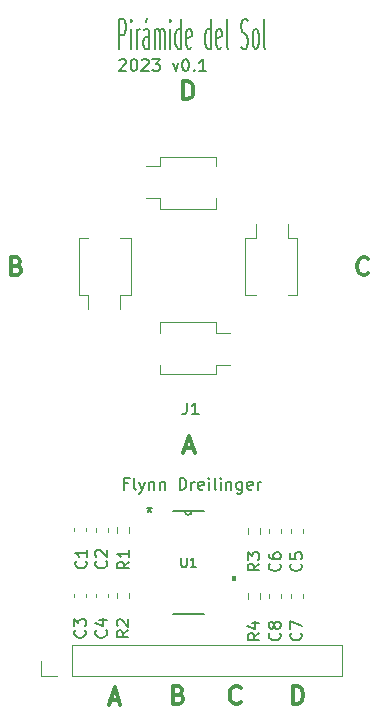
<source format=gbr>
%TF.GenerationSoftware,KiCad,Pcbnew,7.0.7*%
%TF.CreationDate,2023-10-25T15:55:26-07:00*%
%TF.ProjectId,sfh2430_breakout,73666832-3433-4305-9f62-7265616b6f75,rev?*%
%TF.SameCoordinates,Original*%
%TF.FileFunction,Legend,Top*%
%TF.FilePolarity,Positive*%
%FSLAX46Y46*%
G04 Gerber Fmt 4.6, Leading zero omitted, Abs format (unit mm)*
G04 Created by KiCad (PCBNEW 7.0.7) date 2023-10-25 15:55:26*
%MOMM*%
%LPD*%
G01*
G04 APERTURE LIST*
%ADD10C,0.150000*%
%ADD11C,0.300000*%
%ADD12C,0.120000*%
%ADD13C,0.152400*%
%ADD14C,0.025400*%
G04 APERTURE END LIST*
D10*
X66986779Y-50286247D02*
X66986779Y-47786247D01*
X66986779Y-47786247D02*
X67367731Y-47786247D01*
X67367731Y-47786247D02*
X67462969Y-47905295D01*
X67462969Y-47905295D02*
X67510588Y-48024342D01*
X67510588Y-48024342D02*
X67558207Y-48262438D01*
X67558207Y-48262438D02*
X67558207Y-48619580D01*
X67558207Y-48619580D02*
X67510588Y-48857676D01*
X67510588Y-48857676D02*
X67462969Y-48976723D01*
X67462969Y-48976723D02*
X67367731Y-49095771D01*
X67367731Y-49095771D02*
X66986779Y-49095771D01*
X67986779Y-50286247D02*
X67986779Y-48619580D01*
X67986779Y-47786247D02*
X67939160Y-47905295D01*
X67939160Y-47905295D02*
X67986779Y-48024342D01*
X67986779Y-48024342D02*
X68034398Y-47905295D01*
X68034398Y-47905295D02*
X67986779Y-47786247D01*
X67986779Y-47786247D02*
X67986779Y-48024342D01*
X68462969Y-50286247D02*
X68462969Y-48619580D01*
X68462969Y-49095771D02*
X68510588Y-48857676D01*
X68510588Y-48857676D02*
X68558207Y-48738628D01*
X68558207Y-48738628D02*
X68653445Y-48619580D01*
X68653445Y-48619580D02*
X68748683Y-48619580D01*
X69510588Y-50286247D02*
X69510588Y-48976723D01*
X69510588Y-48976723D02*
X69462969Y-48738628D01*
X69462969Y-48738628D02*
X69367731Y-48619580D01*
X69367731Y-48619580D02*
X69177255Y-48619580D01*
X69177255Y-48619580D02*
X69082017Y-48738628D01*
X69510588Y-50167200D02*
X69415350Y-50286247D01*
X69415350Y-50286247D02*
X69177255Y-50286247D01*
X69177255Y-50286247D02*
X69082017Y-50167200D01*
X69082017Y-50167200D02*
X69034398Y-49929104D01*
X69034398Y-49929104D02*
X69034398Y-49691009D01*
X69034398Y-49691009D02*
X69082017Y-49452914D01*
X69082017Y-49452914D02*
X69177255Y-49333866D01*
X69177255Y-49333866D02*
X69415350Y-49333866D01*
X69415350Y-49333866D02*
X69510588Y-49214819D01*
X69367731Y-47667200D02*
X69224874Y-48024342D01*
X69986779Y-50286247D02*
X69986779Y-48619580D01*
X69986779Y-48857676D02*
X70034398Y-48738628D01*
X70034398Y-48738628D02*
X70129636Y-48619580D01*
X70129636Y-48619580D02*
X70272493Y-48619580D01*
X70272493Y-48619580D02*
X70367731Y-48738628D01*
X70367731Y-48738628D02*
X70415350Y-48976723D01*
X70415350Y-48976723D02*
X70415350Y-50286247D01*
X70415350Y-48976723D02*
X70462969Y-48738628D01*
X70462969Y-48738628D02*
X70558207Y-48619580D01*
X70558207Y-48619580D02*
X70701064Y-48619580D01*
X70701064Y-48619580D02*
X70796303Y-48738628D01*
X70796303Y-48738628D02*
X70843922Y-48976723D01*
X70843922Y-48976723D02*
X70843922Y-50286247D01*
X71320112Y-50286247D02*
X71320112Y-48619580D01*
X71320112Y-47786247D02*
X71272493Y-47905295D01*
X71272493Y-47905295D02*
X71320112Y-48024342D01*
X71320112Y-48024342D02*
X71367731Y-47905295D01*
X71367731Y-47905295D02*
X71320112Y-47786247D01*
X71320112Y-47786247D02*
X71320112Y-48024342D01*
X72224873Y-50286247D02*
X72224873Y-47786247D01*
X72224873Y-50167200D02*
X72129635Y-50286247D01*
X72129635Y-50286247D02*
X71939159Y-50286247D01*
X71939159Y-50286247D02*
X71843921Y-50167200D01*
X71843921Y-50167200D02*
X71796302Y-50048152D01*
X71796302Y-50048152D02*
X71748683Y-49810057D01*
X71748683Y-49810057D02*
X71748683Y-49095771D01*
X71748683Y-49095771D02*
X71796302Y-48857676D01*
X71796302Y-48857676D02*
X71843921Y-48738628D01*
X71843921Y-48738628D02*
X71939159Y-48619580D01*
X71939159Y-48619580D02*
X72129635Y-48619580D01*
X72129635Y-48619580D02*
X72224873Y-48738628D01*
X73082016Y-50167200D02*
X72986778Y-50286247D01*
X72986778Y-50286247D02*
X72796302Y-50286247D01*
X72796302Y-50286247D02*
X72701064Y-50167200D01*
X72701064Y-50167200D02*
X72653445Y-49929104D01*
X72653445Y-49929104D02*
X72653445Y-48976723D01*
X72653445Y-48976723D02*
X72701064Y-48738628D01*
X72701064Y-48738628D02*
X72796302Y-48619580D01*
X72796302Y-48619580D02*
X72986778Y-48619580D01*
X72986778Y-48619580D02*
X73082016Y-48738628D01*
X73082016Y-48738628D02*
X73129635Y-48976723D01*
X73129635Y-48976723D02*
X73129635Y-49214819D01*
X73129635Y-49214819D02*
X72653445Y-49452914D01*
X74748683Y-50286247D02*
X74748683Y-47786247D01*
X74748683Y-50167200D02*
X74653445Y-50286247D01*
X74653445Y-50286247D02*
X74462969Y-50286247D01*
X74462969Y-50286247D02*
X74367731Y-50167200D01*
X74367731Y-50167200D02*
X74320112Y-50048152D01*
X74320112Y-50048152D02*
X74272493Y-49810057D01*
X74272493Y-49810057D02*
X74272493Y-49095771D01*
X74272493Y-49095771D02*
X74320112Y-48857676D01*
X74320112Y-48857676D02*
X74367731Y-48738628D01*
X74367731Y-48738628D02*
X74462969Y-48619580D01*
X74462969Y-48619580D02*
X74653445Y-48619580D01*
X74653445Y-48619580D02*
X74748683Y-48738628D01*
X75605826Y-50167200D02*
X75510588Y-50286247D01*
X75510588Y-50286247D02*
X75320112Y-50286247D01*
X75320112Y-50286247D02*
X75224874Y-50167200D01*
X75224874Y-50167200D02*
X75177255Y-49929104D01*
X75177255Y-49929104D02*
X75177255Y-48976723D01*
X75177255Y-48976723D02*
X75224874Y-48738628D01*
X75224874Y-48738628D02*
X75320112Y-48619580D01*
X75320112Y-48619580D02*
X75510588Y-48619580D01*
X75510588Y-48619580D02*
X75605826Y-48738628D01*
X75605826Y-48738628D02*
X75653445Y-48976723D01*
X75653445Y-48976723D02*
X75653445Y-49214819D01*
X75653445Y-49214819D02*
X75177255Y-49452914D01*
X76224874Y-50286247D02*
X76129636Y-50167200D01*
X76129636Y-50167200D02*
X76082017Y-49929104D01*
X76082017Y-49929104D02*
X76082017Y-47786247D01*
X77320113Y-50167200D02*
X77462970Y-50286247D01*
X77462970Y-50286247D02*
X77701065Y-50286247D01*
X77701065Y-50286247D02*
X77796303Y-50167200D01*
X77796303Y-50167200D02*
X77843922Y-50048152D01*
X77843922Y-50048152D02*
X77891541Y-49810057D01*
X77891541Y-49810057D02*
X77891541Y-49571961D01*
X77891541Y-49571961D02*
X77843922Y-49333866D01*
X77843922Y-49333866D02*
X77796303Y-49214819D01*
X77796303Y-49214819D02*
X77701065Y-49095771D01*
X77701065Y-49095771D02*
X77510589Y-48976723D01*
X77510589Y-48976723D02*
X77415351Y-48857676D01*
X77415351Y-48857676D02*
X77367732Y-48738628D01*
X77367732Y-48738628D02*
X77320113Y-48500533D01*
X77320113Y-48500533D02*
X77320113Y-48262438D01*
X77320113Y-48262438D02*
X77367732Y-48024342D01*
X77367732Y-48024342D02*
X77415351Y-47905295D01*
X77415351Y-47905295D02*
X77510589Y-47786247D01*
X77510589Y-47786247D02*
X77748684Y-47786247D01*
X77748684Y-47786247D02*
X77891541Y-47905295D01*
X78462970Y-50286247D02*
X78367732Y-50167200D01*
X78367732Y-50167200D02*
X78320113Y-50048152D01*
X78320113Y-50048152D02*
X78272494Y-49810057D01*
X78272494Y-49810057D02*
X78272494Y-49095771D01*
X78272494Y-49095771D02*
X78320113Y-48857676D01*
X78320113Y-48857676D02*
X78367732Y-48738628D01*
X78367732Y-48738628D02*
X78462970Y-48619580D01*
X78462970Y-48619580D02*
X78605827Y-48619580D01*
X78605827Y-48619580D02*
X78701065Y-48738628D01*
X78701065Y-48738628D02*
X78748684Y-48857676D01*
X78748684Y-48857676D02*
X78796303Y-49095771D01*
X78796303Y-49095771D02*
X78796303Y-49810057D01*
X78796303Y-49810057D02*
X78748684Y-50048152D01*
X78748684Y-50048152D02*
X78701065Y-50167200D01*
X78701065Y-50167200D02*
X78605827Y-50286247D01*
X78605827Y-50286247D02*
X78462970Y-50286247D01*
X79367732Y-50286247D02*
X79272494Y-50167200D01*
X79272494Y-50167200D02*
X79224875Y-49929104D01*
X79224875Y-49929104D02*
X79224875Y-47786247D01*
D11*
X72004510Y-104965114D02*
X72218796Y-105036542D01*
X72218796Y-105036542D02*
X72290225Y-105107971D01*
X72290225Y-105107971D02*
X72361653Y-105250828D01*
X72361653Y-105250828D02*
X72361653Y-105465114D01*
X72361653Y-105465114D02*
X72290225Y-105607971D01*
X72290225Y-105607971D02*
X72218796Y-105679400D01*
X72218796Y-105679400D02*
X72075939Y-105750828D01*
X72075939Y-105750828D02*
X71504510Y-105750828D01*
X71504510Y-105750828D02*
X71504510Y-104250828D01*
X71504510Y-104250828D02*
X72004510Y-104250828D01*
X72004510Y-104250828D02*
X72147368Y-104322257D01*
X72147368Y-104322257D02*
X72218796Y-104393685D01*
X72218796Y-104393685D02*
X72290225Y-104536542D01*
X72290225Y-104536542D02*
X72290225Y-104679400D01*
X72290225Y-104679400D02*
X72218796Y-104822257D01*
X72218796Y-104822257D02*
X72147368Y-104893685D01*
X72147368Y-104893685D02*
X72004510Y-104965114D01*
X72004510Y-104965114D02*
X71504510Y-104965114D01*
X58304510Y-68665114D02*
X58518796Y-68736542D01*
X58518796Y-68736542D02*
X58590225Y-68807971D01*
X58590225Y-68807971D02*
X58661653Y-68950828D01*
X58661653Y-68950828D02*
X58661653Y-69165114D01*
X58661653Y-69165114D02*
X58590225Y-69307971D01*
X58590225Y-69307971D02*
X58518796Y-69379400D01*
X58518796Y-69379400D02*
X58375939Y-69450828D01*
X58375939Y-69450828D02*
X57804510Y-69450828D01*
X57804510Y-69450828D02*
X57804510Y-67950828D01*
X57804510Y-67950828D02*
X58304510Y-67950828D01*
X58304510Y-67950828D02*
X58447368Y-68022257D01*
X58447368Y-68022257D02*
X58518796Y-68093685D01*
X58518796Y-68093685D02*
X58590225Y-68236542D01*
X58590225Y-68236542D02*
X58590225Y-68379400D01*
X58590225Y-68379400D02*
X58518796Y-68522257D01*
X58518796Y-68522257D02*
X58447368Y-68593685D01*
X58447368Y-68593685D02*
X58304510Y-68665114D01*
X58304510Y-68665114D02*
X57804510Y-68665114D01*
X72533082Y-84122257D02*
X73247368Y-84122257D01*
X72390225Y-84550828D02*
X72890225Y-83050828D01*
X72890225Y-83050828D02*
X73390225Y-84550828D01*
D10*
X67720112Y-87096009D02*
X67386779Y-87096009D01*
X67386779Y-87619819D02*
X67386779Y-86619819D01*
X67386779Y-86619819D02*
X67862969Y-86619819D01*
X68386779Y-87619819D02*
X68291541Y-87572200D01*
X68291541Y-87572200D02*
X68243922Y-87476961D01*
X68243922Y-87476961D02*
X68243922Y-86619819D01*
X68672494Y-86953152D02*
X68910589Y-87619819D01*
X69148684Y-86953152D02*
X68910589Y-87619819D01*
X68910589Y-87619819D02*
X68815351Y-87857914D01*
X68815351Y-87857914D02*
X68767732Y-87905533D01*
X68767732Y-87905533D02*
X68672494Y-87953152D01*
X69529637Y-86953152D02*
X69529637Y-87619819D01*
X69529637Y-87048390D02*
X69577256Y-87000771D01*
X69577256Y-87000771D02*
X69672494Y-86953152D01*
X69672494Y-86953152D02*
X69815351Y-86953152D01*
X69815351Y-86953152D02*
X69910589Y-87000771D01*
X69910589Y-87000771D02*
X69958208Y-87096009D01*
X69958208Y-87096009D02*
X69958208Y-87619819D01*
X70434399Y-86953152D02*
X70434399Y-87619819D01*
X70434399Y-87048390D02*
X70482018Y-87000771D01*
X70482018Y-87000771D02*
X70577256Y-86953152D01*
X70577256Y-86953152D02*
X70720113Y-86953152D01*
X70720113Y-86953152D02*
X70815351Y-87000771D01*
X70815351Y-87000771D02*
X70862970Y-87096009D01*
X70862970Y-87096009D02*
X70862970Y-87619819D01*
X72101066Y-87619819D02*
X72101066Y-86619819D01*
X72101066Y-86619819D02*
X72339161Y-86619819D01*
X72339161Y-86619819D02*
X72482018Y-86667438D01*
X72482018Y-86667438D02*
X72577256Y-86762676D01*
X72577256Y-86762676D02*
X72624875Y-86857914D01*
X72624875Y-86857914D02*
X72672494Y-87048390D01*
X72672494Y-87048390D02*
X72672494Y-87191247D01*
X72672494Y-87191247D02*
X72624875Y-87381723D01*
X72624875Y-87381723D02*
X72577256Y-87476961D01*
X72577256Y-87476961D02*
X72482018Y-87572200D01*
X72482018Y-87572200D02*
X72339161Y-87619819D01*
X72339161Y-87619819D02*
X72101066Y-87619819D01*
X73101066Y-87619819D02*
X73101066Y-86953152D01*
X73101066Y-87143628D02*
X73148685Y-87048390D01*
X73148685Y-87048390D02*
X73196304Y-87000771D01*
X73196304Y-87000771D02*
X73291542Y-86953152D01*
X73291542Y-86953152D02*
X73386780Y-86953152D01*
X74101066Y-87572200D02*
X74005828Y-87619819D01*
X74005828Y-87619819D02*
X73815352Y-87619819D01*
X73815352Y-87619819D02*
X73720114Y-87572200D01*
X73720114Y-87572200D02*
X73672495Y-87476961D01*
X73672495Y-87476961D02*
X73672495Y-87096009D01*
X73672495Y-87096009D02*
X73720114Y-87000771D01*
X73720114Y-87000771D02*
X73815352Y-86953152D01*
X73815352Y-86953152D02*
X74005828Y-86953152D01*
X74005828Y-86953152D02*
X74101066Y-87000771D01*
X74101066Y-87000771D02*
X74148685Y-87096009D01*
X74148685Y-87096009D02*
X74148685Y-87191247D01*
X74148685Y-87191247D02*
X73672495Y-87286485D01*
X74577257Y-87619819D02*
X74577257Y-86953152D01*
X74577257Y-86619819D02*
X74529638Y-86667438D01*
X74529638Y-86667438D02*
X74577257Y-86715057D01*
X74577257Y-86715057D02*
X74624876Y-86667438D01*
X74624876Y-86667438D02*
X74577257Y-86619819D01*
X74577257Y-86619819D02*
X74577257Y-86715057D01*
X75196304Y-87619819D02*
X75101066Y-87572200D01*
X75101066Y-87572200D02*
X75053447Y-87476961D01*
X75053447Y-87476961D02*
X75053447Y-86619819D01*
X75577257Y-87619819D02*
X75577257Y-86953152D01*
X75577257Y-86619819D02*
X75529638Y-86667438D01*
X75529638Y-86667438D02*
X75577257Y-86715057D01*
X75577257Y-86715057D02*
X75624876Y-86667438D01*
X75624876Y-86667438D02*
X75577257Y-86619819D01*
X75577257Y-86619819D02*
X75577257Y-86715057D01*
X76053447Y-86953152D02*
X76053447Y-87619819D01*
X76053447Y-87048390D02*
X76101066Y-87000771D01*
X76101066Y-87000771D02*
X76196304Y-86953152D01*
X76196304Y-86953152D02*
X76339161Y-86953152D01*
X76339161Y-86953152D02*
X76434399Y-87000771D01*
X76434399Y-87000771D02*
X76482018Y-87096009D01*
X76482018Y-87096009D02*
X76482018Y-87619819D01*
X77386780Y-86953152D02*
X77386780Y-87762676D01*
X77386780Y-87762676D02*
X77339161Y-87857914D01*
X77339161Y-87857914D02*
X77291542Y-87905533D01*
X77291542Y-87905533D02*
X77196304Y-87953152D01*
X77196304Y-87953152D02*
X77053447Y-87953152D01*
X77053447Y-87953152D02*
X76958209Y-87905533D01*
X77386780Y-87572200D02*
X77291542Y-87619819D01*
X77291542Y-87619819D02*
X77101066Y-87619819D01*
X77101066Y-87619819D02*
X77005828Y-87572200D01*
X77005828Y-87572200D02*
X76958209Y-87524580D01*
X76958209Y-87524580D02*
X76910590Y-87429342D01*
X76910590Y-87429342D02*
X76910590Y-87143628D01*
X76910590Y-87143628D02*
X76958209Y-87048390D01*
X76958209Y-87048390D02*
X77005828Y-87000771D01*
X77005828Y-87000771D02*
X77101066Y-86953152D01*
X77101066Y-86953152D02*
X77291542Y-86953152D01*
X77291542Y-86953152D02*
X77386780Y-87000771D01*
X78243923Y-87572200D02*
X78148685Y-87619819D01*
X78148685Y-87619819D02*
X77958209Y-87619819D01*
X77958209Y-87619819D02*
X77862971Y-87572200D01*
X77862971Y-87572200D02*
X77815352Y-87476961D01*
X77815352Y-87476961D02*
X77815352Y-87096009D01*
X77815352Y-87096009D02*
X77862971Y-87000771D01*
X77862971Y-87000771D02*
X77958209Y-86953152D01*
X77958209Y-86953152D02*
X78148685Y-86953152D01*
X78148685Y-86953152D02*
X78243923Y-87000771D01*
X78243923Y-87000771D02*
X78291542Y-87096009D01*
X78291542Y-87096009D02*
X78291542Y-87191247D01*
X78291542Y-87191247D02*
X77815352Y-87286485D01*
X78720114Y-87619819D02*
X78720114Y-86953152D01*
X78720114Y-87143628D02*
X78767733Y-87048390D01*
X78767733Y-87048390D02*
X78815352Y-87000771D01*
X78815352Y-87000771D02*
X78910590Y-86953152D01*
X78910590Y-86953152D02*
X79005828Y-86953152D01*
D11*
X81704510Y-105750828D02*
X81704510Y-104250828D01*
X81704510Y-104250828D02*
X82061653Y-104250828D01*
X82061653Y-104250828D02*
X82275939Y-104322257D01*
X82275939Y-104322257D02*
X82418796Y-104465114D01*
X82418796Y-104465114D02*
X82490225Y-104607971D01*
X82490225Y-104607971D02*
X82561653Y-104893685D01*
X82561653Y-104893685D02*
X82561653Y-105107971D01*
X82561653Y-105107971D02*
X82490225Y-105393685D01*
X82490225Y-105393685D02*
X82418796Y-105536542D01*
X82418796Y-105536542D02*
X82275939Y-105679400D01*
X82275939Y-105679400D02*
X82061653Y-105750828D01*
X82061653Y-105750828D02*
X81704510Y-105750828D01*
X77261653Y-105607971D02*
X77190225Y-105679400D01*
X77190225Y-105679400D02*
X76975939Y-105750828D01*
X76975939Y-105750828D02*
X76833082Y-105750828D01*
X76833082Y-105750828D02*
X76618796Y-105679400D01*
X76618796Y-105679400D02*
X76475939Y-105536542D01*
X76475939Y-105536542D02*
X76404510Y-105393685D01*
X76404510Y-105393685D02*
X76333082Y-105107971D01*
X76333082Y-105107971D02*
X76333082Y-104893685D01*
X76333082Y-104893685D02*
X76404510Y-104607971D01*
X76404510Y-104607971D02*
X76475939Y-104465114D01*
X76475939Y-104465114D02*
X76618796Y-104322257D01*
X76618796Y-104322257D02*
X76833082Y-104250828D01*
X76833082Y-104250828D02*
X76975939Y-104250828D01*
X76975939Y-104250828D02*
X77190225Y-104322257D01*
X77190225Y-104322257D02*
X77261653Y-104393685D01*
X66233082Y-105422257D02*
X66947368Y-105422257D01*
X66090225Y-105850828D02*
X66590225Y-104350828D01*
X66590225Y-104350828D02*
X67090225Y-105850828D01*
X88061653Y-69307971D02*
X87990225Y-69379400D01*
X87990225Y-69379400D02*
X87775939Y-69450828D01*
X87775939Y-69450828D02*
X87633082Y-69450828D01*
X87633082Y-69450828D02*
X87418796Y-69379400D01*
X87418796Y-69379400D02*
X87275939Y-69236542D01*
X87275939Y-69236542D02*
X87204510Y-69093685D01*
X87204510Y-69093685D02*
X87133082Y-68807971D01*
X87133082Y-68807971D02*
X87133082Y-68593685D01*
X87133082Y-68593685D02*
X87204510Y-68307971D01*
X87204510Y-68307971D02*
X87275939Y-68165114D01*
X87275939Y-68165114D02*
X87418796Y-68022257D01*
X87418796Y-68022257D02*
X87633082Y-67950828D01*
X87633082Y-67950828D02*
X87775939Y-67950828D01*
X87775939Y-67950828D02*
X87990225Y-68022257D01*
X87990225Y-68022257D02*
X88061653Y-68093685D01*
D10*
X66989160Y-51265057D02*
X67036779Y-51217438D01*
X67036779Y-51217438D02*
X67132017Y-51169819D01*
X67132017Y-51169819D02*
X67370112Y-51169819D01*
X67370112Y-51169819D02*
X67465350Y-51217438D01*
X67465350Y-51217438D02*
X67512969Y-51265057D01*
X67512969Y-51265057D02*
X67560588Y-51360295D01*
X67560588Y-51360295D02*
X67560588Y-51455533D01*
X67560588Y-51455533D02*
X67512969Y-51598390D01*
X67512969Y-51598390D02*
X66941541Y-52169819D01*
X66941541Y-52169819D02*
X67560588Y-52169819D01*
X68179636Y-51169819D02*
X68274874Y-51169819D01*
X68274874Y-51169819D02*
X68370112Y-51217438D01*
X68370112Y-51217438D02*
X68417731Y-51265057D01*
X68417731Y-51265057D02*
X68465350Y-51360295D01*
X68465350Y-51360295D02*
X68512969Y-51550771D01*
X68512969Y-51550771D02*
X68512969Y-51788866D01*
X68512969Y-51788866D02*
X68465350Y-51979342D01*
X68465350Y-51979342D02*
X68417731Y-52074580D01*
X68417731Y-52074580D02*
X68370112Y-52122200D01*
X68370112Y-52122200D02*
X68274874Y-52169819D01*
X68274874Y-52169819D02*
X68179636Y-52169819D01*
X68179636Y-52169819D02*
X68084398Y-52122200D01*
X68084398Y-52122200D02*
X68036779Y-52074580D01*
X68036779Y-52074580D02*
X67989160Y-51979342D01*
X67989160Y-51979342D02*
X67941541Y-51788866D01*
X67941541Y-51788866D02*
X67941541Y-51550771D01*
X67941541Y-51550771D02*
X67989160Y-51360295D01*
X67989160Y-51360295D02*
X68036779Y-51265057D01*
X68036779Y-51265057D02*
X68084398Y-51217438D01*
X68084398Y-51217438D02*
X68179636Y-51169819D01*
X68893922Y-51265057D02*
X68941541Y-51217438D01*
X68941541Y-51217438D02*
X69036779Y-51169819D01*
X69036779Y-51169819D02*
X69274874Y-51169819D01*
X69274874Y-51169819D02*
X69370112Y-51217438D01*
X69370112Y-51217438D02*
X69417731Y-51265057D01*
X69417731Y-51265057D02*
X69465350Y-51360295D01*
X69465350Y-51360295D02*
X69465350Y-51455533D01*
X69465350Y-51455533D02*
X69417731Y-51598390D01*
X69417731Y-51598390D02*
X68846303Y-52169819D01*
X68846303Y-52169819D02*
X69465350Y-52169819D01*
X69798684Y-51169819D02*
X70417731Y-51169819D01*
X70417731Y-51169819D02*
X70084398Y-51550771D01*
X70084398Y-51550771D02*
X70227255Y-51550771D01*
X70227255Y-51550771D02*
X70322493Y-51598390D01*
X70322493Y-51598390D02*
X70370112Y-51646009D01*
X70370112Y-51646009D02*
X70417731Y-51741247D01*
X70417731Y-51741247D02*
X70417731Y-51979342D01*
X70417731Y-51979342D02*
X70370112Y-52074580D01*
X70370112Y-52074580D02*
X70322493Y-52122200D01*
X70322493Y-52122200D02*
X70227255Y-52169819D01*
X70227255Y-52169819D02*
X69941541Y-52169819D01*
X69941541Y-52169819D02*
X69846303Y-52122200D01*
X69846303Y-52122200D02*
X69798684Y-52074580D01*
X71512970Y-51503152D02*
X71751065Y-52169819D01*
X71751065Y-52169819D02*
X71989160Y-51503152D01*
X72560589Y-51169819D02*
X72655827Y-51169819D01*
X72655827Y-51169819D02*
X72751065Y-51217438D01*
X72751065Y-51217438D02*
X72798684Y-51265057D01*
X72798684Y-51265057D02*
X72846303Y-51360295D01*
X72846303Y-51360295D02*
X72893922Y-51550771D01*
X72893922Y-51550771D02*
X72893922Y-51788866D01*
X72893922Y-51788866D02*
X72846303Y-51979342D01*
X72846303Y-51979342D02*
X72798684Y-52074580D01*
X72798684Y-52074580D02*
X72751065Y-52122200D01*
X72751065Y-52122200D02*
X72655827Y-52169819D01*
X72655827Y-52169819D02*
X72560589Y-52169819D01*
X72560589Y-52169819D02*
X72465351Y-52122200D01*
X72465351Y-52122200D02*
X72417732Y-52074580D01*
X72417732Y-52074580D02*
X72370113Y-51979342D01*
X72370113Y-51979342D02*
X72322494Y-51788866D01*
X72322494Y-51788866D02*
X72322494Y-51550771D01*
X72322494Y-51550771D02*
X72370113Y-51360295D01*
X72370113Y-51360295D02*
X72417732Y-51265057D01*
X72417732Y-51265057D02*
X72465351Y-51217438D01*
X72465351Y-51217438D02*
X72560589Y-51169819D01*
X73322494Y-52074580D02*
X73370113Y-52122200D01*
X73370113Y-52122200D02*
X73322494Y-52169819D01*
X73322494Y-52169819D02*
X73274875Y-52122200D01*
X73274875Y-52122200D02*
X73322494Y-52074580D01*
X73322494Y-52074580D02*
X73322494Y-52169819D01*
X74322493Y-52169819D02*
X73751065Y-52169819D01*
X74036779Y-52169819D02*
X74036779Y-51169819D01*
X74036779Y-51169819D02*
X73941541Y-51312676D01*
X73941541Y-51312676D02*
X73846303Y-51407914D01*
X73846303Y-51407914D02*
X73751065Y-51455533D01*
D11*
X72404510Y-54550828D02*
X72404510Y-53050828D01*
X72404510Y-53050828D02*
X72761653Y-53050828D01*
X72761653Y-53050828D02*
X72975939Y-53122257D01*
X72975939Y-53122257D02*
X73118796Y-53265114D01*
X73118796Y-53265114D02*
X73190225Y-53407971D01*
X73190225Y-53407971D02*
X73261653Y-53693685D01*
X73261653Y-53693685D02*
X73261653Y-53907971D01*
X73261653Y-53907971D02*
X73190225Y-54193685D01*
X73190225Y-54193685D02*
X73118796Y-54336542D01*
X73118796Y-54336542D02*
X72975939Y-54479400D01*
X72975939Y-54479400D02*
X72761653Y-54550828D01*
X72761653Y-54550828D02*
X72404510Y-54550828D01*
D10*
X64159580Y-93666666D02*
X64207200Y-93714285D01*
X64207200Y-93714285D02*
X64254819Y-93857142D01*
X64254819Y-93857142D02*
X64254819Y-93952380D01*
X64254819Y-93952380D02*
X64207200Y-94095237D01*
X64207200Y-94095237D02*
X64111961Y-94190475D01*
X64111961Y-94190475D02*
X64016723Y-94238094D01*
X64016723Y-94238094D02*
X63826247Y-94285713D01*
X63826247Y-94285713D02*
X63683390Y-94285713D01*
X63683390Y-94285713D02*
X63492914Y-94238094D01*
X63492914Y-94238094D02*
X63397676Y-94190475D01*
X63397676Y-94190475D02*
X63302438Y-94095237D01*
X63302438Y-94095237D02*
X63254819Y-93952380D01*
X63254819Y-93952380D02*
X63254819Y-93857142D01*
X63254819Y-93857142D02*
X63302438Y-93714285D01*
X63302438Y-93714285D02*
X63350057Y-93666666D01*
X64254819Y-92714285D02*
X64254819Y-93285713D01*
X64254819Y-92999999D02*
X63254819Y-92999999D01*
X63254819Y-92999999D02*
X63397676Y-93095237D01*
X63397676Y-93095237D02*
X63492914Y-93190475D01*
X63492914Y-93190475D02*
X63540533Y-93285713D01*
X78854819Y-93891666D02*
X78378628Y-94224999D01*
X78854819Y-94463094D02*
X77854819Y-94463094D01*
X77854819Y-94463094D02*
X77854819Y-94082142D01*
X77854819Y-94082142D02*
X77902438Y-93986904D01*
X77902438Y-93986904D02*
X77950057Y-93939285D01*
X77950057Y-93939285D02*
X78045295Y-93891666D01*
X78045295Y-93891666D02*
X78188152Y-93891666D01*
X78188152Y-93891666D02*
X78283390Y-93939285D01*
X78283390Y-93939285D02*
X78331009Y-93986904D01*
X78331009Y-93986904D02*
X78378628Y-94082142D01*
X78378628Y-94082142D02*
X78378628Y-94463094D01*
X77854819Y-93558332D02*
X77854819Y-92939285D01*
X77854819Y-92939285D02*
X78235771Y-93272618D01*
X78235771Y-93272618D02*
X78235771Y-93129761D01*
X78235771Y-93129761D02*
X78283390Y-93034523D01*
X78283390Y-93034523D02*
X78331009Y-92986904D01*
X78331009Y-92986904D02*
X78426247Y-92939285D01*
X78426247Y-92939285D02*
X78664342Y-92939285D01*
X78664342Y-92939285D02*
X78759580Y-92986904D01*
X78759580Y-92986904D02*
X78807200Y-93034523D01*
X78807200Y-93034523D02*
X78854819Y-93129761D01*
X78854819Y-93129761D02*
X78854819Y-93415475D01*
X78854819Y-93415475D02*
X78807200Y-93510713D01*
X78807200Y-93510713D02*
X78759580Y-93558332D01*
X65859580Y-93671666D02*
X65907200Y-93719285D01*
X65907200Y-93719285D02*
X65954819Y-93862142D01*
X65954819Y-93862142D02*
X65954819Y-93957380D01*
X65954819Y-93957380D02*
X65907200Y-94100237D01*
X65907200Y-94100237D02*
X65811961Y-94195475D01*
X65811961Y-94195475D02*
X65716723Y-94243094D01*
X65716723Y-94243094D02*
X65526247Y-94290713D01*
X65526247Y-94290713D02*
X65383390Y-94290713D01*
X65383390Y-94290713D02*
X65192914Y-94243094D01*
X65192914Y-94243094D02*
X65097676Y-94195475D01*
X65097676Y-94195475D02*
X65002438Y-94100237D01*
X65002438Y-94100237D02*
X64954819Y-93957380D01*
X64954819Y-93957380D02*
X64954819Y-93862142D01*
X64954819Y-93862142D02*
X65002438Y-93719285D01*
X65002438Y-93719285D02*
X65050057Y-93671666D01*
X65050057Y-93290713D02*
X65002438Y-93243094D01*
X65002438Y-93243094D02*
X64954819Y-93147856D01*
X64954819Y-93147856D02*
X64954819Y-92909761D01*
X64954819Y-92909761D02*
X65002438Y-92814523D01*
X65002438Y-92814523D02*
X65050057Y-92766904D01*
X65050057Y-92766904D02*
X65145295Y-92719285D01*
X65145295Y-92719285D02*
X65240533Y-92719285D01*
X65240533Y-92719285D02*
X65383390Y-92766904D01*
X65383390Y-92766904D02*
X65954819Y-93338332D01*
X65954819Y-93338332D02*
X65954819Y-92719285D01*
X82359580Y-99766666D02*
X82407200Y-99814285D01*
X82407200Y-99814285D02*
X82454819Y-99957142D01*
X82454819Y-99957142D02*
X82454819Y-100052380D01*
X82454819Y-100052380D02*
X82407200Y-100195237D01*
X82407200Y-100195237D02*
X82311961Y-100290475D01*
X82311961Y-100290475D02*
X82216723Y-100338094D01*
X82216723Y-100338094D02*
X82026247Y-100385713D01*
X82026247Y-100385713D02*
X81883390Y-100385713D01*
X81883390Y-100385713D02*
X81692914Y-100338094D01*
X81692914Y-100338094D02*
X81597676Y-100290475D01*
X81597676Y-100290475D02*
X81502438Y-100195237D01*
X81502438Y-100195237D02*
X81454819Y-100052380D01*
X81454819Y-100052380D02*
X81454819Y-99957142D01*
X81454819Y-99957142D02*
X81502438Y-99814285D01*
X81502438Y-99814285D02*
X81550057Y-99766666D01*
X81454819Y-99433332D02*
X81454819Y-98766666D01*
X81454819Y-98766666D02*
X82454819Y-99195237D01*
X65859580Y-99521666D02*
X65907200Y-99569285D01*
X65907200Y-99569285D02*
X65954819Y-99712142D01*
X65954819Y-99712142D02*
X65954819Y-99807380D01*
X65954819Y-99807380D02*
X65907200Y-99950237D01*
X65907200Y-99950237D02*
X65811961Y-100045475D01*
X65811961Y-100045475D02*
X65716723Y-100093094D01*
X65716723Y-100093094D02*
X65526247Y-100140713D01*
X65526247Y-100140713D02*
X65383390Y-100140713D01*
X65383390Y-100140713D02*
X65192914Y-100093094D01*
X65192914Y-100093094D02*
X65097676Y-100045475D01*
X65097676Y-100045475D02*
X65002438Y-99950237D01*
X65002438Y-99950237D02*
X64954819Y-99807380D01*
X64954819Y-99807380D02*
X64954819Y-99712142D01*
X64954819Y-99712142D02*
X65002438Y-99569285D01*
X65002438Y-99569285D02*
X65050057Y-99521666D01*
X65288152Y-98664523D02*
X65954819Y-98664523D01*
X64907200Y-98902618D02*
X65621485Y-99140713D01*
X65621485Y-99140713D02*
X65621485Y-98521666D01*
X67754819Y-99541666D02*
X67278628Y-99874999D01*
X67754819Y-100113094D02*
X66754819Y-100113094D01*
X66754819Y-100113094D02*
X66754819Y-99732142D01*
X66754819Y-99732142D02*
X66802438Y-99636904D01*
X66802438Y-99636904D02*
X66850057Y-99589285D01*
X66850057Y-99589285D02*
X66945295Y-99541666D01*
X66945295Y-99541666D02*
X67088152Y-99541666D01*
X67088152Y-99541666D02*
X67183390Y-99589285D01*
X67183390Y-99589285D02*
X67231009Y-99636904D01*
X67231009Y-99636904D02*
X67278628Y-99732142D01*
X67278628Y-99732142D02*
X67278628Y-100113094D01*
X66850057Y-99160713D02*
X66802438Y-99113094D01*
X66802438Y-99113094D02*
X66754819Y-99017856D01*
X66754819Y-99017856D02*
X66754819Y-98779761D01*
X66754819Y-98779761D02*
X66802438Y-98684523D01*
X66802438Y-98684523D02*
X66850057Y-98636904D01*
X66850057Y-98636904D02*
X66945295Y-98589285D01*
X66945295Y-98589285D02*
X67040533Y-98589285D01*
X67040533Y-98589285D02*
X67183390Y-98636904D01*
X67183390Y-98636904D02*
X67754819Y-99208332D01*
X67754819Y-99208332D02*
X67754819Y-98589285D01*
X72716666Y-80254819D02*
X72716666Y-80969104D01*
X72716666Y-80969104D02*
X72669047Y-81111961D01*
X72669047Y-81111961D02*
X72573809Y-81207200D01*
X72573809Y-81207200D02*
X72430952Y-81254819D01*
X72430952Y-81254819D02*
X72335714Y-81254819D01*
X73716666Y-81254819D02*
X73145238Y-81254819D01*
X73430952Y-81254819D02*
X73430952Y-80254819D01*
X73430952Y-80254819D02*
X73335714Y-80397676D01*
X73335714Y-80397676D02*
X73240476Y-80492914D01*
X73240476Y-80492914D02*
X73145238Y-80540533D01*
X67834819Y-93716666D02*
X67358628Y-94049999D01*
X67834819Y-94288094D02*
X66834819Y-94288094D01*
X66834819Y-94288094D02*
X66834819Y-93907142D01*
X66834819Y-93907142D02*
X66882438Y-93811904D01*
X66882438Y-93811904D02*
X66930057Y-93764285D01*
X66930057Y-93764285D02*
X67025295Y-93716666D01*
X67025295Y-93716666D02*
X67168152Y-93716666D01*
X67168152Y-93716666D02*
X67263390Y-93764285D01*
X67263390Y-93764285D02*
X67311009Y-93811904D01*
X67311009Y-93811904D02*
X67358628Y-93907142D01*
X67358628Y-93907142D02*
X67358628Y-94288094D01*
X67834819Y-92764285D02*
X67834819Y-93335713D01*
X67834819Y-93049999D02*
X66834819Y-93049999D01*
X66834819Y-93049999D02*
X66977676Y-93145237D01*
X66977676Y-93145237D02*
X67072914Y-93240475D01*
X67072914Y-93240475D02*
X67120533Y-93335713D01*
X72236274Y-93389065D02*
X72236274Y-94026486D01*
X72236274Y-94026486D02*
X72273770Y-94101476D01*
X72273770Y-94101476D02*
X72311265Y-94138972D01*
X72311265Y-94138972D02*
X72386256Y-94176467D01*
X72386256Y-94176467D02*
X72536237Y-94176467D01*
X72536237Y-94176467D02*
X72611228Y-94138972D01*
X72611228Y-94138972D02*
X72648723Y-94101476D01*
X72648723Y-94101476D02*
X72686218Y-94026486D01*
X72686218Y-94026486D02*
X72686218Y-93389065D01*
X73473620Y-94176467D02*
X73023676Y-94176467D01*
X73248648Y-94176467D02*
X73248648Y-93389065D01*
X73248648Y-93389065D02*
X73173657Y-93501551D01*
X73173657Y-93501551D02*
X73098667Y-93576542D01*
X73098667Y-93576542D02*
X73023676Y-93614037D01*
X69534200Y-89058419D02*
X69534200Y-89296514D01*
X69296105Y-89201276D02*
X69534200Y-89296514D01*
X69534200Y-89296514D02*
X69772295Y-89201276D01*
X69391343Y-89486990D02*
X69534200Y-89296514D01*
X69534200Y-89296514D02*
X69677057Y-89486990D01*
X64059580Y-99521666D02*
X64107200Y-99569285D01*
X64107200Y-99569285D02*
X64154819Y-99712142D01*
X64154819Y-99712142D02*
X64154819Y-99807380D01*
X64154819Y-99807380D02*
X64107200Y-99950237D01*
X64107200Y-99950237D02*
X64011961Y-100045475D01*
X64011961Y-100045475D02*
X63916723Y-100093094D01*
X63916723Y-100093094D02*
X63726247Y-100140713D01*
X63726247Y-100140713D02*
X63583390Y-100140713D01*
X63583390Y-100140713D02*
X63392914Y-100093094D01*
X63392914Y-100093094D02*
X63297676Y-100045475D01*
X63297676Y-100045475D02*
X63202438Y-99950237D01*
X63202438Y-99950237D02*
X63154819Y-99807380D01*
X63154819Y-99807380D02*
X63154819Y-99712142D01*
X63154819Y-99712142D02*
X63202438Y-99569285D01*
X63202438Y-99569285D02*
X63250057Y-99521666D01*
X63154819Y-99188332D02*
X63154819Y-98569285D01*
X63154819Y-98569285D02*
X63535771Y-98902618D01*
X63535771Y-98902618D02*
X63535771Y-98759761D01*
X63535771Y-98759761D02*
X63583390Y-98664523D01*
X63583390Y-98664523D02*
X63631009Y-98616904D01*
X63631009Y-98616904D02*
X63726247Y-98569285D01*
X63726247Y-98569285D02*
X63964342Y-98569285D01*
X63964342Y-98569285D02*
X64059580Y-98616904D01*
X64059580Y-98616904D02*
X64107200Y-98664523D01*
X64107200Y-98664523D02*
X64154819Y-98759761D01*
X64154819Y-98759761D02*
X64154819Y-99045475D01*
X64154819Y-99045475D02*
X64107200Y-99140713D01*
X64107200Y-99140713D02*
X64059580Y-99188332D01*
X78854819Y-99766666D02*
X78378628Y-100099999D01*
X78854819Y-100338094D02*
X77854819Y-100338094D01*
X77854819Y-100338094D02*
X77854819Y-99957142D01*
X77854819Y-99957142D02*
X77902438Y-99861904D01*
X77902438Y-99861904D02*
X77950057Y-99814285D01*
X77950057Y-99814285D02*
X78045295Y-99766666D01*
X78045295Y-99766666D02*
X78188152Y-99766666D01*
X78188152Y-99766666D02*
X78283390Y-99814285D01*
X78283390Y-99814285D02*
X78331009Y-99861904D01*
X78331009Y-99861904D02*
X78378628Y-99957142D01*
X78378628Y-99957142D02*
X78378628Y-100338094D01*
X78188152Y-98909523D02*
X78854819Y-98909523D01*
X77807200Y-99147618D02*
X78521485Y-99385713D01*
X78521485Y-99385713D02*
X78521485Y-98766666D01*
X80559580Y-93891666D02*
X80607200Y-93939285D01*
X80607200Y-93939285D02*
X80654819Y-94082142D01*
X80654819Y-94082142D02*
X80654819Y-94177380D01*
X80654819Y-94177380D02*
X80607200Y-94320237D01*
X80607200Y-94320237D02*
X80511961Y-94415475D01*
X80511961Y-94415475D02*
X80416723Y-94463094D01*
X80416723Y-94463094D02*
X80226247Y-94510713D01*
X80226247Y-94510713D02*
X80083390Y-94510713D01*
X80083390Y-94510713D02*
X79892914Y-94463094D01*
X79892914Y-94463094D02*
X79797676Y-94415475D01*
X79797676Y-94415475D02*
X79702438Y-94320237D01*
X79702438Y-94320237D02*
X79654819Y-94177380D01*
X79654819Y-94177380D02*
X79654819Y-94082142D01*
X79654819Y-94082142D02*
X79702438Y-93939285D01*
X79702438Y-93939285D02*
X79750057Y-93891666D01*
X79654819Y-93034523D02*
X79654819Y-93224999D01*
X79654819Y-93224999D02*
X79702438Y-93320237D01*
X79702438Y-93320237D02*
X79750057Y-93367856D01*
X79750057Y-93367856D02*
X79892914Y-93463094D01*
X79892914Y-93463094D02*
X80083390Y-93510713D01*
X80083390Y-93510713D02*
X80464342Y-93510713D01*
X80464342Y-93510713D02*
X80559580Y-93463094D01*
X80559580Y-93463094D02*
X80607200Y-93415475D01*
X80607200Y-93415475D02*
X80654819Y-93320237D01*
X80654819Y-93320237D02*
X80654819Y-93129761D01*
X80654819Y-93129761D02*
X80607200Y-93034523D01*
X80607200Y-93034523D02*
X80559580Y-92986904D01*
X80559580Y-92986904D02*
X80464342Y-92939285D01*
X80464342Y-92939285D02*
X80226247Y-92939285D01*
X80226247Y-92939285D02*
X80131009Y-92986904D01*
X80131009Y-92986904D02*
X80083390Y-93034523D01*
X80083390Y-93034523D02*
X80035771Y-93129761D01*
X80035771Y-93129761D02*
X80035771Y-93320237D01*
X80035771Y-93320237D02*
X80083390Y-93415475D01*
X80083390Y-93415475D02*
X80131009Y-93463094D01*
X80131009Y-93463094D02*
X80226247Y-93510713D01*
X80559580Y-99766666D02*
X80607200Y-99814285D01*
X80607200Y-99814285D02*
X80654819Y-99957142D01*
X80654819Y-99957142D02*
X80654819Y-100052380D01*
X80654819Y-100052380D02*
X80607200Y-100195237D01*
X80607200Y-100195237D02*
X80511961Y-100290475D01*
X80511961Y-100290475D02*
X80416723Y-100338094D01*
X80416723Y-100338094D02*
X80226247Y-100385713D01*
X80226247Y-100385713D02*
X80083390Y-100385713D01*
X80083390Y-100385713D02*
X79892914Y-100338094D01*
X79892914Y-100338094D02*
X79797676Y-100290475D01*
X79797676Y-100290475D02*
X79702438Y-100195237D01*
X79702438Y-100195237D02*
X79654819Y-100052380D01*
X79654819Y-100052380D02*
X79654819Y-99957142D01*
X79654819Y-99957142D02*
X79702438Y-99814285D01*
X79702438Y-99814285D02*
X79750057Y-99766666D01*
X80083390Y-99195237D02*
X80035771Y-99290475D01*
X80035771Y-99290475D02*
X79988152Y-99338094D01*
X79988152Y-99338094D02*
X79892914Y-99385713D01*
X79892914Y-99385713D02*
X79845295Y-99385713D01*
X79845295Y-99385713D02*
X79750057Y-99338094D01*
X79750057Y-99338094D02*
X79702438Y-99290475D01*
X79702438Y-99290475D02*
X79654819Y-99195237D01*
X79654819Y-99195237D02*
X79654819Y-99004761D01*
X79654819Y-99004761D02*
X79702438Y-98909523D01*
X79702438Y-98909523D02*
X79750057Y-98861904D01*
X79750057Y-98861904D02*
X79845295Y-98814285D01*
X79845295Y-98814285D02*
X79892914Y-98814285D01*
X79892914Y-98814285D02*
X79988152Y-98861904D01*
X79988152Y-98861904D02*
X80035771Y-98909523D01*
X80035771Y-98909523D02*
X80083390Y-99004761D01*
X80083390Y-99004761D02*
X80083390Y-99195237D01*
X80083390Y-99195237D02*
X80131009Y-99290475D01*
X80131009Y-99290475D02*
X80178628Y-99338094D01*
X80178628Y-99338094D02*
X80273866Y-99385713D01*
X80273866Y-99385713D02*
X80464342Y-99385713D01*
X80464342Y-99385713D02*
X80559580Y-99338094D01*
X80559580Y-99338094D02*
X80607200Y-99290475D01*
X80607200Y-99290475D02*
X80654819Y-99195237D01*
X80654819Y-99195237D02*
X80654819Y-99004761D01*
X80654819Y-99004761D02*
X80607200Y-98909523D01*
X80607200Y-98909523D02*
X80559580Y-98861904D01*
X80559580Y-98861904D02*
X80464342Y-98814285D01*
X80464342Y-98814285D02*
X80273866Y-98814285D01*
X80273866Y-98814285D02*
X80178628Y-98861904D01*
X80178628Y-98861904D02*
X80131009Y-98909523D01*
X80131009Y-98909523D02*
X80083390Y-99004761D01*
X82359580Y-93891666D02*
X82407200Y-93939285D01*
X82407200Y-93939285D02*
X82454819Y-94082142D01*
X82454819Y-94082142D02*
X82454819Y-94177380D01*
X82454819Y-94177380D02*
X82407200Y-94320237D01*
X82407200Y-94320237D02*
X82311961Y-94415475D01*
X82311961Y-94415475D02*
X82216723Y-94463094D01*
X82216723Y-94463094D02*
X82026247Y-94510713D01*
X82026247Y-94510713D02*
X81883390Y-94510713D01*
X81883390Y-94510713D02*
X81692914Y-94463094D01*
X81692914Y-94463094D02*
X81597676Y-94415475D01*
X81597676Y-94415475D02*
X81502438Y-94320237D01*
X81502438Y-94320237D02*
X81454819Y-94177380D01*
X81454819Y-94177380D02*
X81454819Y-94082142D01*
X81454819Y-94082142D02*
X81502438Y-93939285D01*
X81502438Y-93939285D02*
X81550057Y-93891666D01*
X81454819Y-92986904D02*
X81454819Y-93463094D01*
X81454819Y-93463094D02*
X81931009Y-93510713D01*
X81931009Y-93510713D02*
X81883390Y-93463094D01*
X81883390Y-93463094D02*
X81835771Y-93367856D01*
X81835771Y-93367856D02*
X81835771Y-93129761D01*
X81835771Y-93129761D02*
X81883390Y-93034523D01*
X81883390Y-93034523D02*
X81931009Y-92986904D01*
X81931009Y-92986904D02*
X82026247Y-92939285D01*
X82026247Y-92939285D02*
X82264342Y-92939285D01*
X82264342Y-92939285D02*
X82359580Y-92986904D01*
X82359580Y-92986904D02*
X82407200Y-93034523D01*
X82407200Y-93034523D02*
X82454819Y-93129761D01*
X82454819Y-93129761D02*
X82454819Y-93367856D01*
X82454819Y-93367856D02*
X82407200Y-93463094D01*
X82407200Y-93463094D02*
X82359580Y-93510713D01*
D12*
%TO.C,C1*%
X63190000Y-91160580D02*
X63190000Y-90879420D01*
X64210000Y-91160580D02*
X64210000Y-90879420D01*
%TO.C,R3*%
X77877500Y-91362258D02*
X77877500Y-90887742D01*
X78922500Y-91362258D02*
X78922500Y-90887742D01*
%TO.C,C2*%
X64990000Y-91165580D02*
X64990000Y-90884420D01*
X66010000Y-91165580D02*
X66010000Y-90884420D01*
%TO.C,C7*%
X82510000Y-96484420D02*
X82510000Y-96765580D01*
X81490000Y-96484420D02*
X81490000Y-96765580D01*
%TO.C,C4*%
X66010000Y-96434420D02*
X66010000Y-96715580D01*
X64990000Y-96434420D02*
X64990000Y-96715580D01*
%TO.C,R2*%
X67822500Y-96357742D02*
X67822500Y-96832258D01*
X66777500Y-96357742D02*
X66777500Y-96832258D01*
%TO.C,D4*%
X78540000Y-65110000D02*
X78540000Y-66300000D01*
X81250000Y-66290000D02*
X81250000Y-65110000D01*
X82050000Y-66300000D02*
X81250000Y-66300000D01*
X78540000Y-66300000D02*
X77650000Y-66300000D01*
X77650000Y-66300000D02*
X77650000Y-71100000D01*
X82050000Y-71100000D02*
X82050000Y-66300000D01*
X81250000Y-71100000D02*
X82050000Y-71100000D01*
X77650000Y-71100000D02*
X78540000Y-71100000D01*
%TO.C,R1*%
X66777500Y-91262258D02*
X66777500Y-90787742D01*
X67822500Y-91262258D02*
X67822500Y-90787742D01*
%TO.C,D2*%
X67060000Y-72290000D02*
X67060000Y-71100000D01*
X64350000Y-71110000D02*
X64350000Y-72290000D01*
X63550000Y-71100000D02*
X64350000Y-71100000D01*
X67060000Y-71100000D02*
X67950000Y-71100000D01*
X67950000Y-71100000D02*
X67950000Y-66300000D01*
X63550000Y-66300000D02*
X63550000Y-71100000D01*
X64350000Y-66300000D02*
X63550000Y-66300000D01*
X67950000Y-66300000D02*
X67060000Y-66300000D01*
D13*
%TO.C,U1*%
X71515400Y-98188800D02*
X74157000Y-98188800D01*
X72531400Y-89451200D02*
X71515400Y-89451200D01*
X73141000Y-89451200D02*
X72531400Y-89451200D01*
X74157000Y-89451200D02*
X73141000Y-89451200D01*
X72531400Y-89451200D02*
G75*
G03*
X73141000Y-89451200I304800J0D01*
G01*
D14*
X76798600Y-95280500D02*
X76544600Y-95280500D01*
X76544600Y-94899500D01*
X76798600Y-94899500D01*
X76798600Y-95280500D01*
G36*
X76798600Y-95280500D02*
G01*
X76544600Y-95280500D01*
X76544600Y-94899500D01*
X76798600Y-94899500D01*
X76798600Y-95280500D01*
G37*
D12*
%TO.C,C3*%
X64210000Y-96434420D02*
X64210000Y-96715580D01*
X63190000Y-96434420D02*
X63190000Y-96715580D01*
%TO.C,R4*%
X78922500Y-96387742D02*
X78922500Y-96862258D01*
X77877500Y-96387742D02*
X77877500Y-96862258D01*
%TO.C,C6*%
X79690000Y-91265580D02*
X79690000Y-90984420D01*
X80710000Y-91265580D02*
X80710000Y-90984420D01*
%TO.C,J5*%
X60345000Y-103430000D02*
X60345000Y-102100000D01*
X61675000Y-103430000D02*
X60345000Y-103430000D01*
X62945000Y-103430000D02*
X85865000Y-103430000D01*
X62945000Y-103430000D02*
X62945000Y-100770000D01*
X85865000Y-103430000D02*
X85865000Y-100770000D01*
X62945000Y-100770000D02*
X85865000Y-100770000D01*
%TO.C,D3*%
X69210000Y-62960000D02*
X70400000Y-62960000D01*
X70390000Y-60250000D02*
X69210000Y-60250000D01*
X70400000Y-59450000D02*
X70400000Y-60250000D01*
X70400000Y-62960000D02*
X70400000Y-63850000D01*
X70400000Y-63850000D02*
X75200000Y-63850000D01*
X75200000Y-59450000D02*
X70400000Y-59450000D01*
X75200000Y-60250000D02*
X75200000Y-59450000D01*
X75200000Y-63850000D02*
X75200000Y-62960000D01*
%TO.C,C8*%
X80710000Y-96484420D02*
X80710000Y-96765580D01*
X79690000Y-96484420D02*
X79690000Y-96765580D01*
%TO.C,D1*%
X76390000Y-74340000D02*
X75200000Y-74340000D01*
X75210000Y-77050000D02*
X76390000Y-77050000D01*
X75200000Y-77850000D02*
X75200000Y-77050000D01*
X75200000Y-74340000D02*
X75200000Y-73450000D01*
X75200000Y-73450000D02*
X70400000Y-73450000D01*
X70400000Y-77850000D02*
X75200000Y-77850000D01*
X70400000Y-77050000D02*
X70400000Y-77850000D01*
X70400000Y-73450000D02*
X70400000Y-74340000D01*
%TO.C,C5*%
X81490000Y-91265580D02*
X81490000Y-90984420D01*
X82510000Y-91265580D02*
X82510000Y-90984420D01*
%TD*%
M02*

</source>
